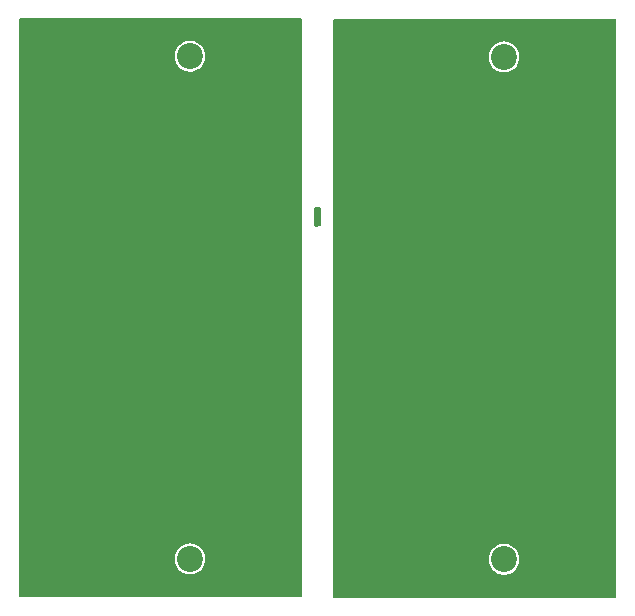
<source format=gbr>
%TF.GenerationSoftware,KiCad,Pcbnew,9.0.0-1.fc41*%
%TF.CreationDate,2025-02-24T21:26:29+02:00*%
%TF.ProjectId,LGS5145 Voltage Regulator,4c475335-3134-4352-9056-6f6c74616765,rev?*%
%TF.SameCoordinates,Original*%
%TF.FileFunction,Copper,L2,Bot*%
%TF.FilePolarity,Positive*%
%FSLAX46Y46*%
G04 Gerber Fmt 4.6, Leading zero omitted, Abs format (unit mm)*
G04 Created by KiCad (PCBNEW 9.0.0-1.fc41) date 2025-02-24 21:26:29*
%MOMM*%
%LPD*%
G01*
G04 APERTURE LIST*
%TA.AperFunction,ComponentPad*%
%ADD10C,2.200000*%
%TD*%
%TA.AperFunction,ViaPad*%
%ADD11C,0.600000*%
%TD*%
%ADD12C,0.300000*%
%ADD13C,0.350000*%
G04 APERTURE END LIST*
D10*
%TO.P,U3,1,1*%
%TO.N,/GND*%
X209600000Y-90600000D03*
%TO.P,U3,2,2*%
%TO.N,/VOUT*%
X214600000Y-90600000D03*
%TD*%
%TO.P,U2,1,1*%
%TO.N,/VIN*%
X214600000Y-48050000D03*
%TO.P,U2,2,2*%
%TO.N,/GND*%
X209600000Y-48050000D03*
%TD*%
%TO.P,U2,1,1*%
%TO.N,/VIN*%
X188000000Y-48000000D03*
%TO.P,U2,2,2*%
%TO.N,/GND*%
X183000000Y-48000000D03*
%TD*%
%TO.P,U3,1,1*%
%TO.N,/GND*%
X183000000Y-90550000D03*
%TO.P,U3,2,2*%
%TO.N,/VOUT*%
X188000000Y-90550000D03*
%TD*%
D11*
%TO.N,/GND*%
X211950000Y-76100000D03*
X211150000Y-76600000D03*
X210200000Y-77100000D03*
X209050000Y-77350000D03*
X219500000Y-71850000D03*
X218850000Y-72350000D03*
X218000000Y-72500000D03*
X221400000Y-79050000D03*
X220400000Y-78650000D03*
X220600000Y-79450000D03*
X219700000Y-58450000D03*
X220500000Y-58450000D03*
X221300000Y-58450000D03*
X184350000Y-62400000D03*
X185100000Y-63000000D03*
X189025000Y-68975000D03*
X189675000Y-68950000D03*
X192825000Y-72600000D03*
X186050000Y-63300000D03*
X193350000Y-71925000D03*
X192250000Y-73250000D03*
X194000000Y-79400000D03*
X194800000Y-79000000D03*
X193800000Y-78600000D03*
X194700000Y-58400000D03*
X193900000Y-58400000D03*
X193100000Y-58400000D03*
X210950000Y-62450000D03*
X211700000Y-63050000D03*
X212650000Y-63350000D03*
X215625000Y-69025000D03*
X216275000Y-69000000D03*
%TD*%
%TA.AperFunction,Conductor*%
%TO.N,/GND*%
G36*
X197442539Y-44820185D02*
G01*
X197488294Y-44872989D01*
X197499500Y-44924500D01*
X197499500Y-60738383D01*
X195400000Y-60700892D01*
X195400000Y-60700000D01*
X195350000Y-60700000D01*
X195400000Y-60700892D01*
X195400000Y-62650000D01*
X197499500Y-62503947D01*
X197499500Y-93675500D01*
X197479815Y-93742539D01*
X197427011Y-93788294D01*
X197375500Y-93799500D01*
X173624500Y-93799500D01*
X173557461Y-93779815D01*
X173511706Y-93727011D01*
X173500500Y-93675500D01*
X173500500Y-90447648D01*
X186699500Y-90447648D01*
X186699500Y-90652351D01*
X186731522Y-90854534D01*
X186794781Y-91049223D01*
X186887715Y-91231613D01*
X187008028Y-91397213D01*
X187152786Y-91541971D01*
X187307749Y-91654556D01*
X187318390Y-91662287D01*
X187434607Y-91721503D01*
X187500776Y-91755218D01*
X187500778Y-91755218D01*
X187500781Y-91755220D01*
X187605137Y-91789127D01*
X187695465Y-91818477D01*
X187796557Y-91834488D01*
X187897648Y-91850500D01*
X187897649Y-91850500D01*
X188102351Y-91850500D01*
X188102352Y-91850500D01*
X188304534Y-91818477D01*
X188499219Y-91755220D01*
X188681610Y-91662287D01*
X188774590Y-91594732D01*
X188847213Y-91541971D01*
X188847215Y-91541968D01*
X188847219Y-91541966D01*
X188991966Y-91397219D01*
X188991968Y-91397215D01*
X188991971Y-91397213D01*
X189044732Y-91324590D01*
X189112287Y-91231610D01*
X189205220Y-91049219D01*
X189268477Y-90854534D01*
X189300500Y-90652352D01*
X189300500Y-90447648D01*
X189268477Y-90245466D01*
X189205220Y-90050781D01*
X189205218Y-90050778D01*
X189205218Y-90050776D01*
X189171503Y-89984607D01*
X189112287Y-89868390D01*
X189104556Y-89857749D01*
X188991971Y-89702786D01*
X188847213Y-89558028D01*
X188681613Y-89437715D01*
X188681612Y-89437714D01*
X188681610Y-89437713D01*
X188624653Y-89408691D01*
X188499223Y-89344781D01*
X188304534Y-89281522D01*
X188129995Y-89253878D01*
X188102352Y-89249500D01*
X187897648Y-89249500D01*
X187873329Y-89253351D01*
X187695465Y-89281522D01*
X187500776Y-89344781D01*
X187318386Y-89437715D01*
X187152786Y-89558028D01*
X187008028Y-89702786D01*
X186887715Y-89868386D01*
X186794781Y-90050776D01*
X186731522Y-90245465D01*
X186699500Y-90447648D01*
X173500500Y-90447648D01*
X173500500Y-47897648D01*
X186699500Y-47897648D01*
X186699500Y-48102351D01*
X186731522Y-48304534D01*
X186794781Y-48499223D01*
X186858691Y-48624653D01*
X186879704Y-48665892D01*
X186887715Y-48681613D01*
X187008028Y-48847213D01*
X187152786Y-48991971D01*
X187255220Y-49066392D01*
X187318390Y-49112287D01*
X187434607Y-49171503D01*
X187500776Y-49205218D01*
X187500778Y-49205218D01*
X187500781Y-49205220D01*
X187605137Y-49239127D01*
X187695465Y-49268477D01*
X187796557Y-49284488D01*
X187897648Y-49300500D01*
X187897649Y-49300500D01*
X188102351Y-49300500D01*
X188102352Y-49300500D01*
X188304534Y-49268477D01*
X188499219Y-49205220D01*
X188681610Y-49112287D01*
X188774590Y-49044732D01*
X188847213Y-48991971D01*
X188847215Y-48991968D01*
X188847219Y-48991966D01*
X188991966Y-48847219D01*
X188991968Y-48847215D01*
X188991971Y-48847213D01*
X189044732Y-48774590D01*
X189112287Y-48681610D01*
X189205220Y-48499219D01*
X189268477Y-48304534D01*
X189300500Y-48102352D01*
X189300500Y-47897648D01*
X189268477Y-47695466D01*
X189205220Y-47500781D01*
X189205218Y-47500778D01*
X189205218Y-47500776D01*
X189171503Y-47434607D01*
X189112287Y-47318390D01*
X189104556Y-47307749D01*
X188991971Y-47152786D01*
X188847213Y-47008028D01*
X188681613Y-46887715D01*
X188681612Y-46887714D01*
X188681610Y-46887713D01*
X188624653Y-46858691D01*
X188499223Y-46794781D01*
X188304534Y-46731522D01*
X188129995Y-46703878D01*
X188102352Y-46699500D01*
X187897648Y-46699500D01*
X187873329Y-46703351D01*
X187695465Y-46731522D01*
X187500776Y-46794781D01*
X187318386Y-46887715D01*
X187152786Y-47008028D01*
X187008028Y-47152786D01*
X186887715Y-47318386D01*
X186794781Y-47500776D01*
X186731522Y-47695465D01*
X186699500Y-47897648D01*
X173500500Y-47897648D01*
X173500500Y-44924500D01*
X173520185Y-44857461D01*
X173572989Y-44811706D01*
X173624500Y-44800500D01*
X197375500Y-44800500D01*
X197442539Y-44820185D01*
G37*
%TD.AperFunction*%
%TD*%
%TA.AperFunction,Conductor*%
%TO.N,/GND*%
G36*
X224042539Y-44870185D02*
G01*
X224088294Y-44922989D01*
X224099500Y-44974500D01*
X224099500Y-93725500D01*
X224079815Y-93792539D01*
X224027011Y-93838294D01*
X223975500Y-93849500D01*
X200224500Y-93849500D01*
X200157461Y-93829815D01*
X200111706Y-93777011D01*
X200100500Y-93725500D01*
X200100500Y-90497648D01*
X213299500Y-90497648D01*
X213299500Y-90702351D01*
X213331522Y-90904534D01*
X213394781Y-91099223D01*
X213487715Y-91281613D01*
X213608028Y-91447213D01*
X213752786Y-91591971D01*
X213907749Y-91704556D01*
X213918390Y-91712287D01*
X214034607Y-91771503D01*
X214100776Y-91805218D01*
X214100778Y-91805218D01*
X214100781Y-91805220D01*
X214205137Y-91839127D01*
X214295465Y-91868477D01*
X214396557Y-91884488D01*
X214497648Y-91900500D01*
X214497649Y-91900500D01*
X214702351Y-91900500D01*
X214702352Y-91900500D01*
X214904534Y-91868477D01*
X215099219Y-91805220D01*
X215281610Y-91712287D01*
X215374590Y-91644732D01*
X215447213Y-91591971D01*
X215447215Y-91591968D01*
X215447219Y-91591966D01*
X215591966Y-91447219D01*
X215591968Y-91447215D01*
X215591971Y-91447213D01*
X215644732Y-91374590D01*
X215712287Y-91281610D01*
X215805220Y-91099219D01*
X215868477Y-90904534D01*
X215900500Y-90702352D01*
X215900500Y-90497648D01*
X215868477Y-90295466D01*
X215805220Y-90100781D01*
X215805218Y-90100778D01*
X215805218Y-90100776D01*
X215771503Y-90034607D01*
X215712287Y-89918390D01*
X215704556Y-89907749D01*
X215591971Y-89752786D01*
X215447213Y-89608028D01*
X215281613Y-89487715D01*
X215281612Y-89487714D01*
X215281610Y-89487713D01*
X215224653Y-89458691D01*
X215099223Y-89394781D01*
X214904534Y-89331522D01*
X214729995Y-89303878D01*
X214702352Y-89299500D01*
X214497648Y-89299500D01*
X214473329Y-89303351D01*
X214295465Y-89331522D01*
X214100776Y-89394781D01*
X213918386Y-89487715D01*
X213752786Y-89608028D01*
X213608028Y-89752786D01*
X213487715Y-89918386D01*
X213394781Y-90100776D01*
X213331522Y-90295465D01*
X213299500Y-90497648D01*
X200100500Y-90497648D01*
X200100500Y-62323008D01*
X201150000Y-62250000D01*
X200950000Y-60800000D01*
X200100500Y-60784830D01*
X200100500Y-47947648D01*
X213299500Y-47947648D01*
X213299500Y-48152351D01*
X213331522Y-48354534D01*
X213394781Y-48549223D01*
X213487715Y-48731613D01*
X213608028Y-48897213D01*
X213752786Y-49041971D01*
X213907749Y-49154556D01*
X213918390Y-49162287D01*
X214034607Y-49221503D01*
X214100776Y-49255218D01*
X214100778Y-49255218D01*
X214100781Y-49255220D01*
X214205137Y-49289127D01*
X214295465Y-49318477D01*
X214396557Y-49334488D01*
X214497648Y-49350500D01*
X214497649Y-49350500D01*
X214702351Y-49350500D01*
X214702352Y-49350500D01*
X214904534Y-49318477D01*
X215099219Y-49255220D01*
X215281610Y-49162287D01*
X215374590Y-49094732D01*
X215447213Y-49041971D01*
X215447215Y-49041968D01*
X215447219Y-49041966D01*
X215591966Y-48897219D01*
X215591968Y-48897215D01*
X215591971Y-48897213D01*
X215667550Y-48793186D01*
X215712287Y-48731610D01*
X215805220Y-48549219D01*
X215868477Y-48354534D01*
X215900500Y-48152352D01*
X215900500Y-47947648D01*
X215868477Y-47745466D01*
X215805220Y-47550781D01*
X215805218Y-47550778D01*
X215805218Y-47550776D01*
X215771503Y-47484607D01*
X215712287Y-47368390D01*
X215704556Y-47357749D01*
X215591971Y-47202786D01*
X215447213Y-47058028D01*
X215281613Y-46937715D01*
X215281612Y-46937714D01*
X215281610Y-46937713D01*
X215206613Y-46899500D01*
X215099223Y-46844781D01*
X214904534Y-46781522D01*
X214729995Y-46753878D01*
X214702352Y-46749500D01*
X214497648Y-46749500D01*
X214473329Y-46753351D01*
X214295465Y-46781522D01*
X214100776Y-46844781D01*
X213918386Y-46937715D01*
X213752786Y-47058028D01*
X213608028Y-47202786D01*
X213487715Y-47368386D01*
X213394781Y-47550776D01*
X213331522Y-47745465D01*
X213299500Y-47947648D01*
X200100500Y-47947648D01*
X200100500Y-44974500D01*
X200120185Y-44907461D01*
X200172989Y-44861706D01*
X200224500Y-44850500D01*
X223975500Y-44850500D01*
X224042539Y-44870185D01*
G37*
%TD.AperFunction*%
%TD*%
%TA.AperFunction,Conductor*%
%TO.N,/GND*%
G36*
X197499500Y-60738383D02*
G01*
X197499500Y-62503947D01*
X195400000Y-62650000D01*
X195400000Y-60700892D01*
X197499500Y-60738383D01*
G37*
%TD.AperFunction*%
%TA.AperFunction,Conductor*%
G36*
X200950000Y-60800000D02*
G01*
X201150000Y-62250000D01*
X200100500Y-62323008D01*
X200100500Y-60784830D01*
X200950000Y-60800000D01*
G37*
%TD.AperFunction*%
%TA.AperFunction,Conductor*%
G36*
X195400000Y-60700892D02*
G01*
X195350000Y-60700000D01*
X195400000Y-60700000D01*
X195400000Y-60700892D01*
G37*
%TD.AperFunction*%
%TD*%
%TA.AperFunction,NonConductor*%
G36*
X198977715Y-60764780D02*
G01*
X199044392Y-60785658D01*
X199089196Y-60839271D01*
X199099500Y-60888760D01*
X199099500Y-62276969D01*
X199079815Y-62344008D01*
X199027011Y-62389763D01*
X198984105Y-62400670D01*
X198633105Y-62425087D01*
X198564861Y-62410102D01*
X198515552Y-62360601D01*
X198500500Y-62301386D01*
X198500500Y-60882491D01*
X198520185Y-60815452D01*
X198572989Y-60769697D01*
X198626707Y-60758512D01*
X198977715Y-60764780D01*
G37*
%TD.AperFunction*%
D12*
X211950000Y-76100000D03*
X211150000Y-76600000D03*
X210200000Y-77100000D03*
X209050000Y-77350000D03*
X219500000Y-71850000D03*
X218850000Y-72350000D03*
X218000000Y-72500000D03*
X221400000Y-79050000D03*
X220400000Y-78650000D03*
X220600000Y-79450000D03*
X219700000Y-58450000D03*
X220500000Y-58450000D03*
X221300000Y-58450000D03*
X184350000Y-62400000D03*
X185100000Y-63000000D03*
X189025000Y-68975000D03*
X189675000Y-68950000D03*
X192825000Y-72600000D03*
X186050000Y-63300000D03*
X193350000Y-71925000D03*
X192250000Y-73250000D03*
X194000000Y-79400000D03*
X194800000Y-79000000D03*
X193800000Y-78600000D03*
X194700000Y-58400000D03*
X193900000Y-58400000D03*
X193100000Y-58400000D03*
X210950000Y-62450000D03*
X211700000Y-63050000D03*
X212650000Y-63350000D03*
X215625000Y-69025000D03*
X216275000Y-69000000D03*
D13*
X209600000Y-90600000D03*
X214600000Y-90600000D03*
X214600000Y-48050000D03*
X209600000Y-48050000D03*
X188000000Y-48000000D03*
X183000000Y-48000000D03*
X183000000Y-90550000D03*
X188000000Y-90550000D03*
M02*

</source>
